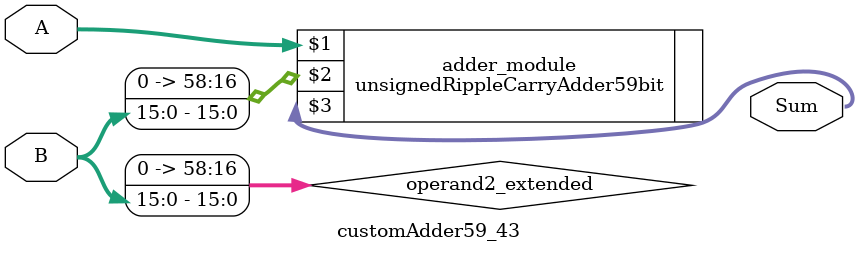
<source format=v>
module customAdder59_43(
                        input [58 : 0] A,
                        input [15 : 0] B,
                        
                        output [59 : 0] Sum
                );

        wire [58 : 0] operand2_extended;
        
        assign operand2_extended =  {43'b0, B};
        
        unsignedRippleCarryAdder59bit adder_module(
            A,
            operand2_extended,
            Sum
        );
        
        endmodule
        
</source>
